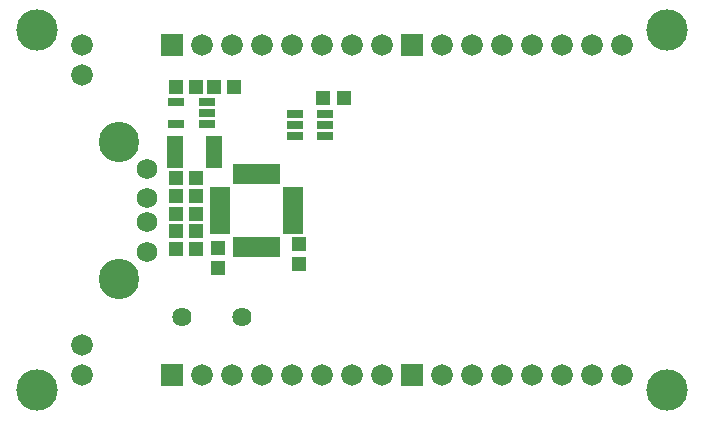
<source format=gts>
G75*
G70*
%OFA0B0*%
%FSLAX24Y24*%
%IPPOS*%
%LPD*%
%AMOC8*
5,1,8,0,0,1.08239X$1,22.5*
%
%ADD10R,0.0710X0.0196*%
%ADD11R,0.0196X0.0710*%
%ADD12C,0.0680*%
%ADD13C,0.1346*%
%ADD14R,0.0513X0.0474*%
%ADD15C,0.0720*%
%ADD16R,0.0552X0.0297*%
%ADD17R,0.0552X0.1064*%
%ADD18R,0.0474X0.0513*%
%ADD19R,0.0720X0.0720*%
%ADD20C,0.0640*%
%ADD21C,0.1380*%
D10*
X010544Y007317D03*
X010544Y007514D03*
X010544Y007711D03*
X010544Y007908D03*
X010544Y008105D03*
X010544Y008301D03*
X010544Y008498D03*
X010544Y008695D03*
X012985Y008695D03*
X012985Y008498D03*
X012985Y008301D03*
X012985Y008105D03*
X012985Y007908D03*
X012985Y007711D03*
X012985Y007514D03*
X012985Y007317D03*
D11*
X012453Y006786D03*
X012256Y006786D03*
X012059Y006786D03*
X011863Y006786D03*
X011666Y006786D03*
X011469Y006786D03*
X011272Y006786D03*
X011075Y006786D03*
X011075Y009227D03*
X011272Y009227D03*
X011469Y009227D03*
X011666Y009227D03*
X011863Y009227D03*
X012059Y009227D03*
X012256Y009227D03*
X012453Y009227D03*
D12*
X008107Y009396D03*
X008107Y008412D03*
X008107Y007624D03*
X008107Y006640D03*
D13*
X007162Y005734D03*
X007162Y010301D03*
D14*
X009067Y009089D03*
X009067Y008498D03*
X009737Y008498D03*
X009737Y009089D03*
X009737Y007908D03*
X009067Y007908D03*
X009067Y007317D03*
X009737Y007317D03*
X009737Y006727D03*
X009067Y006727D03*
X013989Y011746D03*
X014658Y011746D03*
X011016Y012140D03*
X010347Y012140D03*
X009737Y012140D03*
X009067Y012140D03*
D15*
X009957Y013518D03*
X010957Y013518D03*
X011957Y013518D03*
X012957Y013518D03*
X013957Y013518D03*
X014957Y013518D03*
X015957Y013518D03*
X017957Y013518D03*
X018957Y013518D03*
X019957Y013518D03*
X020957Y013518D03*
X021957Y013518D03*
X022957Y013518D03*
X023957Y013518D03*
X005957Y013518D03*
X005957Y012518D03*
X005957Y003518D03*
X005957Y002518D03*
X009957Y002518D03*
X010957Y002518D03*
X011957Y002518D03*
X012957Y002518D03*
X013957Y002518D03*
X014957Y002518D03*
X015957Y002518D03*
X017957Y002518D03*
X018957Y002518D03*
X019957Y002518D03*
X020957Y002518D03*
X021957Y002518D03*
X022957Y002518D03*
X023957Y002518D03*
D16*
X014048Y010486D03*
X014048Y010860D03*
X014048Y011234D03*
X013024Y011234D03*
X013024Y010860D03*
X013024Y010486D03*
X010111Y010880D03*
X010111Y011254D03*
X010111Y011628D03*
X009087Y011628D03*
X009087Y010880D03*
D17*
X009048Y009975D03*
X010347Y009975D03*
D18*
X013181Y006904D03*
X013181Y006234D03*
X010485Y006097D03*
X010485Y006766D03*
D19*
X008957Y002518D03*
X016957Y002518D03*
X016957Y013518D03*
X008957Y013518D03*
D20*
X009288Y004463D03*
X011288Y004463D03*
D21*
X004457Y002018D03*
X004457Y014018D03*
X025457Y014018D03*
X025457Y002018D03*
M02*

</source>
